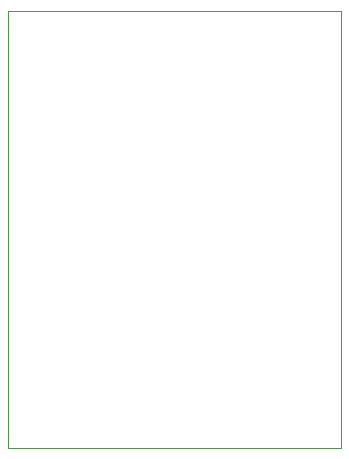
<source format=gbr>
%TF.GenerationSoftware,Altium Limited,Altium Designer,20.2.5 (213)*%
G04 Layer_Color=0*
%FSLAX25Y25*%
%MOIN*%
%TF.SameCoordinates,C9AA4840-3426-47ED-90B3-6D3E683A03ED*%
%TF.FilePolarity,Positive*%
%TF.FileFunction,Profile,NP*%
%TF.Part,Single*%
G01*
G75*
%TA.AperFunction,Profile*%
%ADD138C,0.00100*%
D138*
X0Y0D02*
X110900D01*
Y145700D01*
X0D01*
Y0D01*
%TF.MD5,f9bfe9b4f522e4437ffcc8e4142f2cc7*%
M02*

</source>
